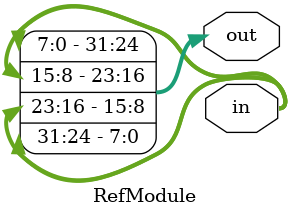
<source format=sv>

module RefModule (
  output [31:0] in,
  output [31:0] out
);

  assign out = {in[7:0], in[15:8], in[23:16], in[31:24]};

endmodule


</source>
